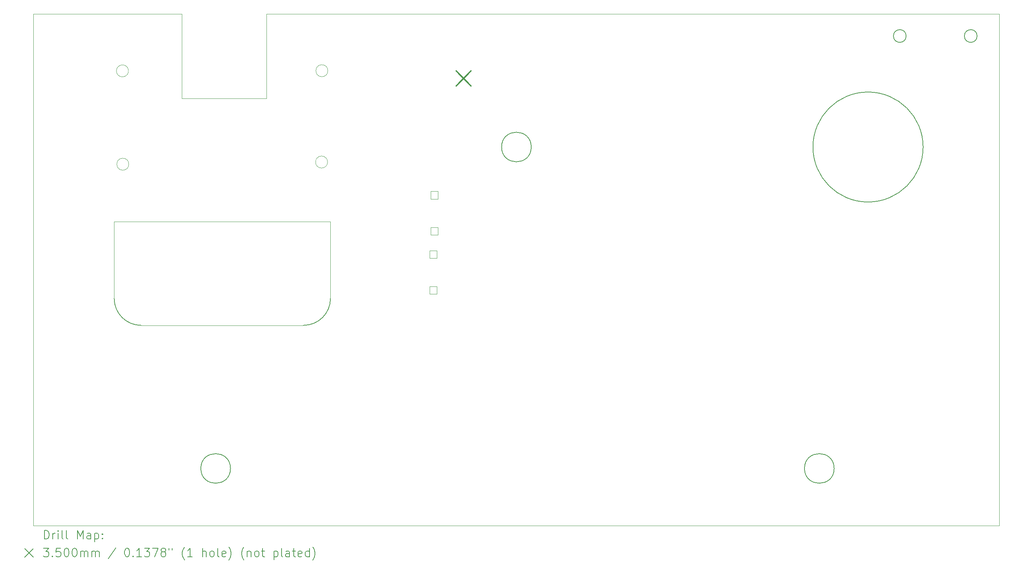
<source format=gbr>
%TF.GenerationSoftware,KiCad,Pcbnew,7.0.10*%
%TF.CreationDate,2024-02-29T16:26:46-05:00*%
%TF.ProjectId,Telstar Alpha,54656c73-7461-4722-9041-6c7068612e6b,0.1*%
%TF.SameCoordinates,Original*%
%TF.FileFunction,Drillmap*%
%TF.FilePolarity,Positive*%
%FSLAX45Y45*%
G04 Gerber Fmt 4.5, Leading zero omitted, Abs format (unit mm)*
G04 Created by KiCad (PCBNEW 7.0.10) date 2024-02-29 16:26:46*
%MOMM*%
%LPD*%
G01*
G04 APERTURE LIST*
%ADD10C,0.200000*%
%ADD11C,0.100000*%
%ADD12C,0.010000*%
%ADD13C,0.350000*%
G04 APERTURE END LIST*
D10*
X3905000Y-8731000D02*
G75*
G03*
X4540000Y-9366000I635000J0D01*
G01*
X20900000Y-12750000D02*
G75*
G03*
X20200000Y-12750000I-350000J0D01*
G01*
X20200000Y-12750000D02*
G75*
G03*
X20900000Y-12750000I350000J0D01*
G01*
D11*
X9010400Y-8731000D02*
X9005320Y-6912360D01*
X2000000Y-2000000D02*
X5500000Y-2000000D01*
X2000000Y-14100000D02*
X2000000Y-2000000D01*
X7500000Y-2000000D02*
X24800000Y-2000000D01*
X9005320Y-6912360D02*
X3899920Y-6912360D01*
X8948621Y-3346200D02*
G75*
G03*
X8665779Y-3346200I-141421J0D01*
G01*
X8665779Y-3346200D02*
G75*
G03*
X8948621Y-3346200I141421J0D01*
G01*
D10*
X23000000Y-5150000D02*
G75*
G03*
X20400000Y-5150000I-1300000J0D01*
G01*
X20400000Y-5150000D02*
G75*
G03*
X23000000Y-5150000I1300000J0D01*
G01*
D11*
X4540000Y-9366000D02*
X8375400Y-9366000D01*
X24800000Y-14100000D02*
X2000000Y-14100000D01*
D10*
X22600000Y-2525000D02*
G75*
G03*
X22300000Y-2525000I-150000J0D01*
G01*
X22300000Y-2525000D02*
G75*
G03*
X22600000Y-2525000I150000J0D01*
G01*
D11*
X7500000Y-4000000D02*
X7500000Y-2000000D01*
X24800000Y-2000000D02*
X24800000Y-14100000D01*
D10*
X8375400Y-9366000D02*
G75*
G03*
X9010400Y-8731000I0J635000D01*
G01*
D11*
X4241421Y-3350000D02*
G75*
G03*
X3958579Y-3350000I-141421J0D01*
G01*
X3958579Y-3350000D02*
G75*
G03*
X4241421Y-3350000I141421J0D01*
G01*
D10*
X6650000Y-12750000D02*
G75*
G03*
X5950000Y-12750000I-350000J0D01*
G01*
X5950000Y-12750000D02*
G75*
G03*
X6650000Y-12750000I350000J0D01*
G01*
X24275000Y-2525000D02*
G75*
G03*
X23975000Y-2525000I-150000J0D01*
G01*
X23975000Y-2525000D02*
G75*
G03*
X24275000Y-2525000I150000J0D01*
G01*
X13750000Y-5150000D02*
G75*
G03*
X13050000Y-5150000I-350000J0D01*
G01*
X13050000Y-5150000D02*
G75*
G03*
X13750000Y-5150000I350000J0D01*
G01*
D11*
X5500000Y-2000000D02*
X5500000Y-4000000D01*
X5500000Y-4000000D02*
X7500000Y-4000000D01*
X8941421Y-5505200D02*
G75*
G03*
X8658579Y-5505200I-141421J0D01*
G01*
X8658579Y-5505200D02*
G75*
G03*
X8941421Y-5505200I141421J0D01*
G01*
X4249621Y-5556000D02*
G75*
G03*
X3966779Y-5556000I-141421J0D01*
G01*
X3966779Y-5556000D02*
G75*
G03*
X4249621Y-5556000I141421J0D01*
G01*
X3899920Y-6912360D02*
X3905000Y-8731000D01*
D12*
X11545700Y-7228400D02*
X11545700Y-7048400D01*
X11545700Y-7048400D02*
X11375700Y-7048400D01*
X11545700Y-6378400D02*
X11545700Y-6198400D01*
X11545700Y-6198400D02*
X11375700Y-6198400D01*
X11375700Y-7228400D02*
X11545700Y-7228400D01*
X11375700Y-7048400D02*
X11375700Y-7228400D01*
X11375700Y-6378400D02*
X11545700Y-6378400D01*
X11375700Y-6198400D02*
X11375700Y-6378400D01*
X11524990Y-8628400D02*
X11524990Y-8448400D01*
X11524990Y-8448400D02*
X11354990Y-8448400D01*
X11524990Y-7778400D02*
X11524990Y-7598400D01*
X11524990Y-7598400D02*
X11354990Y-7598400D01*
X11354990Y-8628400D02*
X11524990Y-8628400D01*
X11354990Y-8448400D02*
X11354990Y-8628400D01*
X11354990Y-7778400D02*
X11524990Y-7778400D01*
X11354990Y-7598400D02*
X11354990Y-7778400D01*
D10*
D13*
X11977000Y-3353300D02*
X12327000Y-3703300D01*
X12327000Y-3353300D02*
X11977000Y-3703300D01*
D10*
X2255777Y-14416484D02*
X2255777Y-14216484D01*
X2255777Y-14216484D02*
X2303396Y-14216484D01*
X2303396Y-14216484D02*
X2331967Y-14226008D01*
X2331967Y-14226008D02*
X2351015Y-14245055D01*
X2351015Y-14245055D02*
X2360539Y-14264103D01*
X2360539Y-14264103D02*
X2370063Y-14302198D01*
X2370063Y-14302198D02*
X2370063Y-14330769D01*
X2370063Y-14330769D02*
X2360539Y-14368865D01*
X2360539Y-14368865D02*
X2351015Y-14387912D01*
X2351015Y-14387912D02*
X2331967Y-14406960D01*
X2331967Y-14406960D02*
X2303396Y-14416484D01*
X2303396Y-14416484D02*
X2255777Y-14416484D01*
X2455777Y-14416484D02*
X2455777Y-14283150D01*
X2455777Y-14321246D02*
X2465301Y-14302198D01*
X2465301Y-14302198D02*
X2474824Y-14292674D01*
X2474824Y-14292674D02*
X2493872Y-14283150D01*
X2493872Y-14283150D02*
X2512920Y-14283150D01*
X2579586Y-14416484D02*
X2579586Y-14283150D01*
X2579586Y-14216484D02*
X2570063Y-14226008D01*
X2570063Y-14226008D02*
X2579586Y-14235531D01*
X2579586Y-14235531D02*
X2589110Y-14226008D01*
X2589110Y-14226008D02*
X2579586Y-14216484D01*
X2579586Y-14216484D02*
X2579586Y-14235531D01*
X2703396Y-14416484D02*
X2684348Y-14406960D01*
X2684348Y-14406960D02*
X2674824Y-14387912D01*
X2674824Y-14387912D02*
X2674824Y-14216484D01*
X2808158Y-14416484D02*
X2789110Y-14406960D01*
X2789110Y-14406960D02*
X2779586Y-14387912D01*
X2779586Y-14387912D02*
X2779586Y-14216484D01*
X3036729Y-14416484D02*
X3036729Y-14216484D01*
X3036729Y-14216484D02*
X3103396Y-14359341D01*
X3103396Y-14359341D02*
X3170062Y-14216484D01*
X3170062Y-14216484D02*
X3170062Y-14416484D01*
X3351015Y-14416484D02*
X3351015Y-14311722D01*
X3351015Y-14311722D02*
X3341491Y-14292674D01*
X3341491Y-14292674D02*
X3322443Y-14283150D01*
X3322443Y-14283150D02*
X3284348Y-14283150D01*
X3284348Y-14283150D02*
X3265301Y-14292674D01*
X3351015Y-14406960D02*
X3331967Y-14416484D01*
X3331967Y-14416484D02*
X3284348Y-14416484D01*
X3284348Y-14416484D02*
X3265301Y-14406960D01*
X3265301Y-14406960D02*
X3255777Y-14387912D01*
X3255777Y-14387912D02*
X3255777Y-14368865D01*
X3255777Y-14368865D02*
X3265301Y-14349817D01*
X3265301Y-14349817D02*
X3284348Y-14340293D01*
X3284348Y-14340293D02*
X3331967Y-14340293D01*
X3331967Y-14340293D02*
X3351015Y-14330769D01*
X3446253Y-14283150D02*
X3446253Y-14483150D01*
X3446253Y-14292674D02*
X3465301Y-14283150D01*
X3465301Y-14283150D02*
X3503396Y-14283150D01*
X3503396Y-14283150D02*
X3522443Y-14292674D01*
X3522443Y-14292674D02*
X3531967Y-14302198D01*
X3531967Y-14302198D02*
X3541491Y-14321246D01*
X3541491Y-14321246D02*
X3541491Y-14378388D01*
X3541491Y-14378388D02*
X3531967Y-14397436D01*
X3531967Y-14397436D02*
X3522443Y-14406960D01*
X3522443Y-14406960D02*
X3503396Y-14416484D01*
X3503396Y-14416484D02*
X3465301Y-14416484D01*
X3465301Y-14416484D02*
X3446253Y-14406960D01*
X3627205Y-14397436D02*
X3636729Y-14406960D01*
X3636729Y-14406960D02*
X3627205Y-14416484D01*
X3627205Y-14416484D02*
X3617682Y-14406960D01*
X3617682Y-14406960D02*
X3627205Y-14397436D01*
X3627205Y-14397436D02*
X3627205Y-14416484D01*
X3627205Y-14292674D02*
X3636729Y-14302198D01*
X3636729Y-14302198D02*
X3627205Y-14311722D01*
X3627205Y-14311722D02*
X3617682Y-14302198D01*
X3617682Y-14302198D02*
X3627205Y-14292674D01*
X3627205Y-14292674D02*
X3627205Y-14311722D01*
X1795000Y-14645000D02*
X1995000Y-14845000D01*
X1995000Y-14645000D02*
X1795000Y-14845000D01*
X2236729Y-14636484D02*
X2360539Y-14636484D01*
X2360539Y-14636484D02*
X2293872Y-14712674D01*
X2293872Y-14712674D02*
X2322444Y-14712674D01*
X2322444Y-14712674D02*
X2341491Y-14722198D01*
X2341491Y-14722198D02*
X2351015Y-14731722D01*
X2351015Y-14731722D02*
X2360539Y-14750769D01*
X2360539Y-14750769D02*
X2360539Y-14798388D01*
X2360539Y-14798388D02*
X2351015Y-14817436D01*
X2351015Y-14817436D02*
X2341491Y-14826960D01*
X2341491Y-14826960D02*
X2322444Y-14836484D01*
X2322444Y-14836484D02*
X2265301Y-14836484D01*
X2265301Y-14836484D02*
X2246253Y-14826960D01*
X2246253Y-14826960D02*
X2236729Y-14817436D01*
X2446253Y-14817436D02*
X2455777Y-14826960D01*
X2455777Y-14826960D02*
X2446253Y-14836484D01*
X2446253Y-14836484D02*
X2436729Y-14826960D01*
X2436729Y-14826960D02*
X2446253Y-14817436D01*
X2446253Y-14817436D02*
X2446253Y-14836484D01*
X2636729Y-14636484D02*
X2541491Y-14636484D01*
X2541491Y-14636484D02*
X2531967Y-14731722D01*
X2531967Y-14731722D02*
X2541491Y-14722198D01*
X2541491Y-14722198D02*
X2560539Y-14712674D01*
X2560539Y-14712674D02*
X2608158Y-14712674D01*
X2608158Y-14712674D02*
X2627205Y-14722198D01*
X2627205Y-14722198D02*
X2636729Y-14731722D01*
X2636729Y-14731722D02*
X2646253Y-14750769D01*
X2646253Y-14750769D02*
X2646253Y-14798388D01*
X2646253Y-14798388D02*
X2636729Y-14817436D01*
X2636729Y-14817436D02*
X2627205Y-14826960D01*
X2627205Y-14826960D02*
X2608158Y-14836484D01*
X2608158Y-14836484D02*
X2560539Y-14836484D01*
X2560539Y-14836484D02*
X2541491Y-14826960D01*
X2541491Y-14826960D02*
X2531967Y-14817436D01*
X2770063Y-14636484D02*
X2789110Y-14636484D01*
X2789110Y-14636484D02*
X2808158Y-14646008D01*
X2808158Y-14646008D02*
X2817682Y-14655531D01*
X2817682Y-14655531D02*
X2827205Y-14674579D01*
X2827205Y-14674579D02*
X2836729Y-14712674D01*
X2836729Y-14712674D02*
X2836729Y-14760293D01*
X2836729Y-14760293D02*
X2827205Y-14798388D01*
X2827205Y-14798388D02*
X2817682Y-14817436D01*
X2817682Y-14817436D02*
X2808158Y-14826960D01*
X2808158Y-14826960D02*
X2789110Y-14836484D01*
X2789110Y-14836484D02*
X2770063Y-14836484D01*
X2770063Y-14836484D02*
X2751015Y-14826960D01*
X2751015Y-14826960D02*
X2741491Y-14817436D01*
X2741491Y-14817436D02*
X2731967Y-14798388D01*
X2731967Y-14798388D02*
X2722444Y-14760293D01*
X2722444Y-14760293D02*
X2722444Y-14712674D01*
X2722444Y-14712674D02*
X2731967Y-14674579D01*
X2731967Y-14674579D02*
X2741491Y-14655531D01*
X2741491Y-14655531D02*
X2751015Y-14646008D01*
X2751015Y-14646008D02*
X2770063Y-14636484D01*
X2960539Y-14636484D02*
X2979586Y-14636484D01*
X2979586Y-14636484D02*
X2998634Y-14646008D01*
X2998634Y-14646008D02*
X3008158Y-14655531D01*
X3008158Y-14655531D02*
X3017682Y-14674579D01*
X3017682Y-14674579D02*
X3027205Y-14712674D01*
X3027205Y-14712674D02*
X3027205Y-14760293D01*
X3027205Y-14760293D02*
X3017682Y-14798388D01*
X3017682Y-14798388D02*
X3008158Y-14817436D01*
X3008158Y-14817436D02*
X2998634Y-14826960D01*
X2998634Y-14826960D02*
X2979586Y-14836484D01*
X2979586Y-14836484D02*
X2960539Y-14836484D01*
X2960539Y-14836484D02*
X2941491Y-14826960D01*
X2941491Y-14826960D02*
X2931967Y-14817436D01*
X2931967Y-14817436D02*
X2922443Y-14798388D01*
X2922443Y-14798388D02*
X2912920Y-14760293D01*
X2912920Y-14760293D02*
X2912920Y-14712674D01*
X2912920Y-14712674D02*
X2922443Y-14674579D01*
X2922443Y-14674579D02*
X2931967Y-14655531D01*
X2931967Y-14655531D02*
X2941491Y-14646008D01*
X2941491Y-14646008D02*
X2960539Y-14636484D01*
X3112920Y-14836484D02*
X3112920Y-14703150D01*
X3112920Y-14722198D02*
X3122443Y-14712674D01*
X3122443Y-14712674D02*
X3141491Y-14703150D01*
X3141491Y-14703150D02*
X3170063Y-14703150D01*
X3170063Y-14703150D02*
X3189110Y-14712674D01*
X3189110Y-14712674D02*
X3198634Y-14731722D01*
X3198634Y-14731722D02*
X3198634Y-14836484D01*
X3198634Y-14731722D02*
X3208158Y-14712674D01*
X3208158Y-14712674D02*
X3227205Y-14703150D01*
X3227205Y-14703150D02*
X3255777Y-14703150D01*
X3255777Y-14703150D02*
X3274824Y-14712674D01*
X3274824Y-14712674D02*
X3284348Y-14731722D01*
X3284348Y-14731722D02*
X3284348Y-14836484D01*
X3379586Y-14836484D02*
X3379586Y-14703150D01*
X3379586Y-14722198D02*
X3389110Y-14712674D01*
X3389110Y-14712674D02*
X3408158Y-14703150D01*
X3408158Y-14703150D02*
X3436729Y-14703150D01*
X3436729Y-14703150D02*
X3455777Y-14712674D01*
X3455777Y-14712674D02*
X3465301Y-14731722D01*
X3465301Y-14731722D02*
X3465301Y-14836484D01*
X3465301Y-14731722D02*
X3474824Y-14712674D01*
X3474824Y-14712674D02*
X3493872Y-14703150D01*
X3493872Y-14703150D02*
X3522443Y-14703150D01*
X3522443Y-14703150D02*
X3541491Y-14712674D01*
X3541491Y-14712674D02*
X3551015Y-14731722D01*
X3551015Y-14731722D02*
X3551015Y-14836484D01*
X3941491Y-14626960D02*
X3770063Y-14884103D01*
X4198634Y-14636484D02*
X4217682Y-14636484D01*
X4217682Y-14636484D02*
X4236729Y-14646008D01*
X4236729Y-14646008D02*
X4246253Y-14655531D01*
X4246253Y-14655531D02*
X4255777Y-14674579D01*
X4255777Y-14674579D02*
X4265301Y-14712674D01*
X4265301Y-14712674D02*
X4265301Y-14760293D01*
X4265301Y-14760293D02*
X4255777Y-14798388D01*
X4255777Y-14798388D02*
X4246253Y-14817436D01*
X4246253Y-14817436D02*
X4236729Y-14826960D01*
X4236729Y-14826960D02*
X4217682Y-14836484D01*
X4217682Y-14836484D02*
X4198634Y-14836484D01*
X4198634Y-14836484D02*
X4179586Y-14826960D01*
X4179586Y-14826960D02*
X4170063Y-14817436D01*
X4170063Y-14817436D02*
X4160539Y-14798388D01*
X4160539Y-14798388D02*
X4151015Y-14760293D01*
X4151015Y-14760293D02*
X4151015Y-14712674D01*
X4151015Y-14712674D02*
X4160539Y-14674579D01*
X4160539Y-14674579D02*
X4170063Y-14655531D01*
X4170063Y-14655531D02*
X4179586Y-14646008D01*
X4179586Y-14646008D02*
X4198634Y-14636484D01*
X4351015Y-14817436D02*
X4360539Y-14826960D01*
X4360539Y-14826960D02*
X4351015Y-14836484D01*
X4351015Y-14836484D02*
X4341491Y-14826960D01*
X4341491Y-14826960D02*
X4351015Y-14817436D01*
X4351015Y-14817436D02*
X4351015Y-14836484D01*
X4551015Y-14836484D02*
X4436729Y-14836484D01*
X4493872Y-14836484D02*
X4493872Y-14636484D01*
X4493872Y-14636484D02*
X4474825Y-14665055D01*
X4474825Y-14665055D02*
X4455777Y-14684103D01*
X4455777Y-14684103D02*
X4436729Y-14693627D01*
X4617682Y-14636484D02*
X4741491Y-14636484D01*
X4741491Y-14636484D02*
X4674825Y-14712674D01*
X4674825Y-14712674D02*
X4703396Y-14712674D01*
X4703396Y-14712674D02*
X4722444Y-14722198D01*
X4722444Y-14722198D02*
X4731968Y-14731722D01*
X4731968Y-14731722D02*
X4741491Y-14750769D01*
X4741491Y-14750769D02*
X4741491Y-14798388D01*
X4741491Y-14798388D02*
X4731968Y-14817436D01*
X4731968Y-14817436D02*
X4722444Y-14826960D01*
X4722444Y-14826960D02*
X4703396Y-14836484D01*
X4703396Y-14836484D02*
X4646253Y-14836484D01*
X4646253Y-14836484D02*
X4627206Y-14826960D01*
X4627206Y-14826960D02*
X4617682Y-14817436D01*
X4808158Y-14636484D02*
X4941491Y-14636484D01*
X4941491Y-14636484D02*
X4855777Y-14836484D01*
X5046253Y-14722198D02*
X5027206Y-14712674D01*
X5027206Y-14712674D02*
X5017682Y-14703150D01*
X5017682Y-14703150D02*
X5008158Y-14684103D01*
X5008158Y-14684103D02*
X5008158Y-14674579D01*
X5008158Y-14674579D02*
X5017682Y-14655531D01*
X5017682Y-14655531D02*
X5027206Y-14646008D01*
X5027206Y-14646008D02*
X5046253Y-14636484D01*
X5046253Y-14636484D02*
X5084349Y-14636484D01*
X5084349Y-14636484D02*
X5103396Y-14646008D01*
X5103396Y-14646008D02*
X5112920Y-14655531D01*
X5112920Y-14655531D02*
X5122444Y-14674579D01*
X5122444Y-14674579D02*
X5122444Y-14684103D01*
X5122444Y-14684103D02*
X5112920Y-14703150D01*
X5112920Y-14703150D02*
X5103396Y-14712674D01*
X5103396Y-14712674D02*
X5084349Y-14722198D01*
X5084349Y-14722198D02*
X5046253Y-14722198D01*
X5046253Y-14722198D02*
X5027206Y-14731722D01*
X5027206Y-14731722D02*
X5017682Y-14741246D01*
X5017682Y-14741246D02*
X5008158Y-14760293D01*
X5008158Y-14760293D02*
X5008158Y-14798388D01*
X5008158Y-14798388D02*
X5017682Y-14817436D01*
X5017682Y-14817436D02*
X5027206Y-14826960D01*
X5027206Y-14826960D02*
X5046253Y-14836484D01*
X5046253Y-14836484D02*
X5084349Y-14836484D01*
X5084349Y-14836484D02*
X5103396Y-14826960D01*
X5103396Y-14826960D02*
X5112920Y-14817436D01*
X5112920Y-14817436D02*
X5122444Y-14798388D01*
X5122444Y-14798388D02*
X5122444Y-14760293D01*
X5122444Y-14760293D02*
X5112920Y-14741246D01*
X5112920Y-14741246D02*
X5103396Y-14731722D01*
X5103396Y-14731722D02*
X5084349Y-14722198D01*
X5198634Y-14636484D02*
X5198634Y-14674579D01*
X5274825Y-14636484D02*
X5274825Y-14674579D01*
X5570063Y-14912674D02*
X5560539Y-14903150D01*
X5560539Y-14903150D02*
X5541491Y-14874579D01*
X5541491Y-14874579D02*
X5531968Y-14855531D01*
X5531968Y-14855531D02*
X5522444Y-14826960D01*
X5522444Y-14826960D02*
X5512920Y-14779341D01*
X5512920Y-14779341D02*
X5512920Y-14741246D01*
X5512920Y-14741246D02*
X5522444Y-14693627D01*
X5522444Y-14693627D02*
X5531968Y-14665055D01*
X5531968Y-14665055D02*
X5541491Y-14646008D01*
X5541491Y-14646008D02*
X5560539Y-14617436D01*
X5560539Y-14617436D02*
X5570063Y-14607912D01*
X5751015Y-14836484D02*
X5636729Y-14836484D01*
X5693872Y-14836484D02*
X5693872Y-14636484D01*
X5693872Y-14636484D02*
X5674825Y-14665055D01*
X5674825Y-14665055D02*
X5655777Y-14684103D01*
X5655777Y-14684103D02*
X5636729Y-14693627D01*
X5989110Y-14836484D02*
X5989110Y-14636484D01*
X6074825Y-14836484D02*
X6074825Y-14731722D01*
X6074825Y-14731722D02*
X6065301Y-14712674D01*
X6065301Y-14712674D02*
X6046253Y-14703150D01*
X6046253Y-14703150D02*
X6017682Y-14703150D01*
X6017682Y-14703150D02*
X5998634Y-14712674D01*
X5998634Y-14712674D02*
X5989110Y-14722198D01*
X6198634Y-14836484D02*
X6179587Y-14826960D01*
X6179587Y-14826960D02*
X6170063Y-14817436D01*
X6170063Y-14817436D02*
X6160539Y-14798388D01*
X6160539Y-14798388D02*
X6160539Y-14741246D01*
X6160539Y-14741246D02*
X6170063Y-14722198D01*
X6170063Y-14722198D02*
X6179587Y-14712674D01*
X6179587Y-14712674D02*
X6198634Y-14703150D01*
X6198634Y-14703150D02*
X6227206Y-14703150D01*
X6227206Y-14703150D02*
X6246253Y-14712674D01*
X6246253Y-14712674D02*
X6255777Y-14722198D01*
X6255777Y-14722198D02*
X6265301Y-14741246D01*
X6265301Y-14741246D02*
X6265301Y-14798388D01*
X6265301Y-14798388D02*
X6255777Y-14817436D01*
X6255777Y-14817436D02*
X6246253Y-14826960D01*
X6246253Y-14826960D02*
X6227206Y-14836484D01*
X6227206Y-14836484D02*
X6198634Y-14836484D01*
X6379587Y-14836484D02*
X6360539Y-14826960D01*
X6360539Y-14826960D02*
X6351015Y-14807912D01*
X6351015Y-14807912D02*
X6351015Y-14636484D01*
X6531968Y-14826960D02*
X6512920Y-14836484D01*
X6512920Y-14836484D02*
X6474825Y-14836484D01*
X6474825Y-14836484D02*
X6455777Y-14826960D01*
X6455777Y-14826960D02*
X6446253Y-14807912D01*
X6446253Y-14807912D02*
X6446253Y-14731722D01*
X6446253Y-14731722D02*
X6455777Y-14712674D01*
X6455777Y-14712674D02*
X6474825Y-14703150D01*
X6474825Y-14703150D02*
X6512920Y-14703150D01*
X6512920Y-14703150D02*
X6531968Y-14712674D01*
X6531968Y-14712674D02*
X6541491Y-14731722D01*
X6541491Y-14731722D02*
X6541491Y-14750769D01*
X6541491Y-14750769D02*
X6446253Y-14769817D01*
X6608158Y-14912674D02*
X6617682Y-14903150D01*
X6617682Y-14903150D02*
X6636730Y-14874579D01*
X6636730Y-14874579D02*
X6646253Y-14855531D01*
X6646253Y-14855531D02*
X6655777Y-14826960D01*
X6655777Y-14826960D02*
X6665301Y-14779341D01*
X6665301Y-14779341D02*
X6665301Y-14741246D01*
X6665301Y-14741246D02*
X6655777Y-14693627D01*
X6655777Y-14693627D02*
X6646253Y-14665055D01*
X6646253Y-14665055D02*
X6636730Y-14646008D01*
X6636730Y-14646008D02*
X6617682Y-14617436D01*
X6617682Y-14617436D02*
X6608158Y-14607912D01*
X6970063Y-14912674D02*
X6960539Y-14903150D01*
X6960539Y-14903150D02*
X6941491Y-14874579D01*
X6941491Y-14874579D02*
X6931968Y-14855531D01*
X6931968Y-14855531D02*
X6922444Y-14826960D01*
X6922444Y-14826960D02*
X6912920Y-14779341D01*
X6912920Y-14779341D02*
X6912920Y-14741246D01*
X6912920Y-14741246D02*
X6922444Y-14693627D01*
X6922444Y-14693627D02*
X6931968Y-14665055D01*
X6931968Y-14665055D02*
X6941491Y-14646008D01*
X6941491Y-14646008D02*
X6960539Y-14617436D01*
X6960539Y-14617436D02*
X6970063Y-14607912D01*
X7046253Y-14703150D02*
X7046253Y-14836484D01*
X7046253Y-14722198D02*
X7055777Y-14712674D01*
X7055777Y-14712674D02*
X7074825Y-14703150D01*
X7074825Y-14703150D02*
X7103396Y-14703150D01*
X7103396Y-14703150D02*
X7122444Y-14712674D01*
X7122444Y-14712674D02*
X7131968Y-14731722D01*
X7131968Y-14731722D02*
X7131968Y-14836484D01*
X7255777Y-14836484D02*
X7236730Y-14826960D01*
X7236730Y-14826960D02*
X7227206Y-14817436D01*
X7227206Y-14817436D02*
X7217682Y-14798388D01*
X7217682Y-14798388D02*
X7217682Y-14741246D01*
X7217682Y-14741246D02*
X7227206Y-14722198D01*
X7227206Y-14722198D02*
X7236730Y-14712674D01*
X7236730Y-14712674D02*
X7255777Y-14703150D01*
X7255777Y-14703150D02*
X7284349Y-14703150D01*
X7284349Y-14703150D02*
X7303396Y-14712674D01*
X7303396Y-14712674D02*
X7312920Y-14722198D01*
X7312920Y-14722198D02*
X7322444Y-14741246D01*
X7322444Y-14741246D02*
X7322444Y-14798388D01*
X7322444Y-14798388D02*
X7312920Y-14817436D01*
X7312920Y-14817436D02*
X7303396Y-14826960D01*
X7303396Y-14826960D02*
X7284349Y-14836484D01*
X7284349Y-14836484D02*
X7255777Y-14836484D01*
X7379587Y-14703150D02*
X7455777Y-14703150D01*
X7408158Y-14636484D02*
X7408158Y-14807912D01*
X7408158Y-14807912D02*
X7417682Y-14826960D01*
X7417682Y-14826960D02*
X7436730Y-14836484D01*
X7436730Y-14836484D02*
X7455777Y-14836484D01*
X7674825Y-14703150D02*
X7674825Y-14903150D01*
X7674825Y-14712674D02*
X7693872Y-14703150D01*
X7693872Y-14703150D02*
X7731968Y-14703150D01*
X7731968Y-14703150D02*
X7751015Y-14712674D01*
X7751015Y-14712674D02*
X7760539Y-14722198D01*
X7760539Y-14722198D02*
X7770063Y-14741246D01*
X7770063Y-14741246D02*
X7770063Y-14798388D01*
X7770063Y-14798388D02*
X7760539Y-14817436D01*
X7760539Y-14817436D02*
X7751015Y-14826960D01*
X7751015Y-14826960D02*
X7731968Y-14836484D01*
X7731968Y-14836484D02*
X7693872Y-14836484D01*
X7693872Y-14836484D02*
X7674825Y-14826960D01*
X7884349Y-14836484D02*
X7865301Y-14826960D01*
X7865301Y-14826960D02*
X7855777Y-14807912D01*
X7855777Y-14807912D02*
X7855777Y-14636484D01*
X8046253Y-14836484D02*
X8046253Y-14731722D01*
X8046253Y-14731722D02*
X8036730Y-14712674D01*
X8036730Y-14712674D02*
X8017682Y-14703150D01*
X8017682Y-14703150D02*
X7979587Y-14703150D01*
X7979587Y-14703150D02*
X7960539Y-14712674D01*
X8046253Y-14826960D02*
X8027206Y-14836484D01*
X8027206Y-14836484D02*
X7979587Y-14836484D01*
X7979587Y-14836484D02*
X7960539Y-14826960D01*
X7960539Y-14826960D02*
X7951015Y-14807912D01*
X7951015Y-14807912D02*
X7951015Y-14788865D01*
X7951015Y-14788865D02*
X7960539Y-14769817D01*
X7960539Y-14769817D02*
X7979587Y-14760293D01*
X7979587Y-14760293D02*
X8027206Y-14760293D01*
X8027206Y-14760293D02*
X8046253Y-14750769D01*
X8112920Y-14703150D02*
X8189111Y-14703150D01*
X8141492Y-14636484D02*
X8141492Y-14807912D01*
X8141492Y-14807912D02*
X8151015Y-14826960D01*
X8151015Y-14826960D02*
X8170063Y-14836484D01*
X8170063Y-14836484D02*
X8189111Y-14836484D01*
X8331968Y-14826960D02*
X8312920Y-14836484D01*
X8312920Y-14836484D02*
X8274825Y-14836484D01*
X8274825Y-14836484D02*
X8255777Y-14826960D01*
X8255777Y-14826960D02*
X8246253Y-14807912D01*
X8246253Y-14807912D02*
X8246253Y-14731722D01*
X8246253Y-14731722D02*
X8255777Y-14712674D01*
X8255777Y-14712674D02*
X8274825Y-14703150D01*
X8274825Y-14703150D02*
X8312920Y-14703150D01*
X8312920Y-14703150D02*
X8331968Y-14712674D01*
X8331968Y-14712674D02*
X8341492Y-14731722D01*
X8341492Y-14731722D02*
X8341492Y-14750769D01*
X8341492Y-14750769D02*
X8246253Y-14769817D01*
X8512920Y-14836484D02*
X8512920Y-14636484D01*
X8512920Y-14826960D02*
X8493873Y-14836484D01*
X8493873Y-14836484D02*
X8455777Y-14836484D01*
X8455777Y-14836484D02*
X8436730Y-14826960D01*
X8436730Y-14826960D02*
X8427206Y-14817436D01*
X8427206Y-14817436D02*
X8417682Y-14798388D01*
X8417682Y-14798388D02*
X8417682Y-14741246D01*
X8417682Y-14741246D02*
X8427206Y-14722198D01*
X8427206Y-14722198D02*
X8436730Y-14712674D01*
X8436730Y-14712674D02*
X8455777Y-14703150D01*
X8455777Y-14703150D02*
X8493873Y-14703150D01*
X8493873Y-14703150D02*
X8512920Y-14712674D01*
X8589111Y-14912674D02*
X8598635Y-14903150D01*
X8598635Y-14903150D02*
X8617682Y-14874579D01*
X8617682Y-14874579D02*
X8627206Y-14855531D01*
X8627206Y-14855531D02*
X8636730Y-14826960D01*
X8636730Y-14826960D02*
X8646254Y-14779341D01*
X8646254Y-14779341D02*
X8646254Y-14741246D01*
X8646254Y-14741246D02*
X8636730Y-14693627D01*
X8636730Y-14693627D02*
X8627206Y-14665055D01*
X8627206Y-14665055D02*
X8617682Y-14646008D01*
X8617682Y-14646008D02*
X8598635Y-14617436D01*
X8598635Y-14617436D02*
X8589111Y-14607912D01*
M02*

</source>
